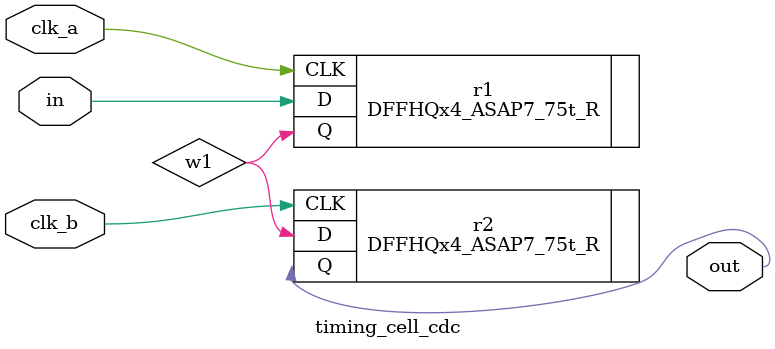
<source format=v>
module timing_cell_cdc (input in, input clk_a, input clk_b, output out);

  wire w1;

  DFFHQx4_ASAP7_75t_R r1 (.D(in), .CLK(clk_a), .Q(w1));
  DFFHQx4_ASAP7_75t_R r2 (.D(w1), .CLK(clk_b), .Q(out));

endmodule

</source>
